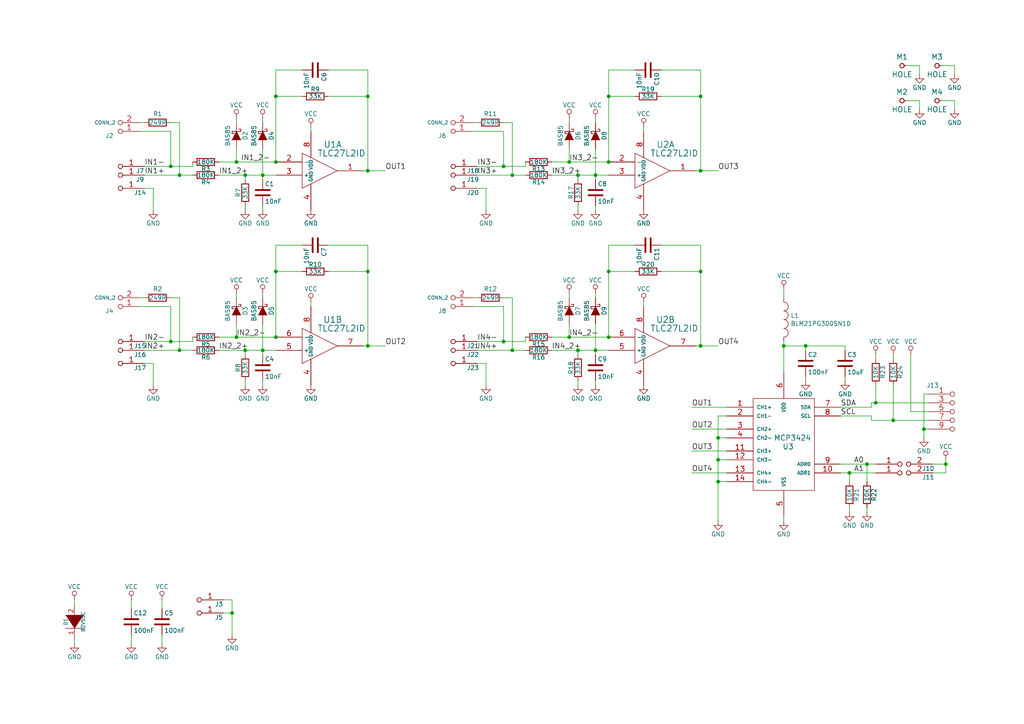
<source format=kicad_sch>
(kicad_sch (version 20211123) (generator eeschema)
  (paper "A4")
  (title_block (title "VCAI2C01") (company "MLAB.cz") (comment 1 "Voltage and current AD converter  with I2C"))
  (lib_symbols
    (symbol "VCAI2C01A-rescue:C" (pin_numbers hide) (pin_names (offset 0.254))
      (property "Reference" "C" (at 0.635 2.54 0))
      (property "Value" "C" (at 0.635 -2.54 0))
      (symbol "C_0_1"
        (polyline (pts (xy -2.032 -0.762) (xy 2.032 -0.762)) (stroke (width 0.508)))
        (polyline (pts (xy -2.032 0.762) (xy 2.032 0.762)) (stroke (width 0.508)))
      )
      (symbol "C_1_1"
        (pin passive line (at 0 3.81 270) (length 2.794) (name "~") (number "1"))
        (pin passive line (at 0 -3.81 90) (length 2.794) (name "~") (number "2"))
      )
    )
    (symbol "VCAI2C01A-rescue:CONN_2" (pin_names (offset 1.016) hide)
      (property "Reference" "J" (at 1.27 2.54 0))
      (property "Value" "CONN_2" (at 2.54 -1.27 0))
      (symbol "CONN_2_1_1"
        (pin passive inverted (at -7.62 1.27 0) (length 6.35) (name "P1") (number "1"))
        (pin passive inverted (at -7.62 -1.27 0) (length 6.35) (name "PM") (number "2"))
      )
    )
    (symbol "VCAI2C01A-rescue:DIODE" (pin_names (offset 1.016) hide)
      (property "Reference" "D" (at 0 3.81 0))
      (property "Value" "DIODE" (at 0 -4.445 0))
      (symbol "DIODE_0_1"
        (polyline (pts (xy -1.905 2.54) (xy -1.905 -2.54)))
        (polyline (pts (xy 1.905 2.54) (xy 1.905 -2.54) (xy -1.905 0)) (fill (type outline)))
      )
      (symbol "DIODE_1_1"
        (pin input line (at -5.08 0 0) (length 3.81) (name "K") (number "1"))
        (pin input line (at 5.08 0 180) (length 3.81) (name "A") (number "2"))
      )
    )
    (symbol "VCAI2C01A-rescue:D_Schottky" (pin_numbers hide) (pin_names (offset 1.016) hide)
      (property "Reference" "D" (at 0 2.54 0))
      (property "Value" "D_Schottky" (at 0 -2.54 0))
      (symbol "D_Schottky_0_1"
        (polyline (pts (xy 1.27 1.27) (xy -1.27 0) (xy 1.27 -1.27)) (fill (type outline)))
        (polyline (pts (xy -1.905 0.635) (xy -1.905 1.27) (xy -1.27 1.27) (xy -1.27 -1.27) (xy -0.635 -1.27) (xy -0.635 -0.635)) (stroke (width 0.2032)))
      )
      (symbol "D_Schottky_1_1"
        (pin passive line (at -3.81 0 0) (length 2.54) (name "K") (number "1"))
        (pin passive line (at 3.81 0 180) (length 2.54) (name "A") (number "2"))
      )
    )
    (symbol "VCAI2C01A-rescue:GND" (power) (pin_names (offset 0))
      (property "Value" "GND" (at 0 -3.81 0))
      (symbol "GND_0_1"
        (polyline (pts (xy 0 0) (xy 0 -1.27) (xy 1.27 -1.27) (xy 0 -2.54) (xy -1.27 -1.27) (xy 0 -1.27)))
      )
      (symbol "GND_1_1"
        (pin power_in line (at 0 0 270) (length 0) hide (name "GND") (number "1"))
      )
    )
    (symbol "VCAI2C01A-rescue:HOLE" (pin_numbers hide) (pin_names (offset 1.016) hide)
      (property "Reference" "M" (at 0 2.54 0))
      (property "Value" "HOLE" (at 0 -2.54 0))
      (symbol "HOLE_0_1"
        (circle (center 0 0) (radius 0.635) (stroke (width 0.254)))
      )
      (symbol "HOLE_1_1"
        (pin input line (at 1.27 0 180) (length 0.635) (name "~") (number "1"))
      )
    )
    (symbol "VCAI2C01A-rescue:INDUCTOR_SMALL" (pin_numbers hide) (pin_names (offset 0) hide)
      (property "Reference" "L" (at 0 2.54 0))
      (property "Value" "INDUCTOR_SMALL" (at 0 -1.27 0))
      (symbol "INDUCTOR_SMALL_0_1"
        (arc (start -2.54 0) (mid -3.81 1.27) (end -5.08 0))
        (arc (start 0 0) (mid -1.27 1.27) (end -2.54 0))
        (arc (start 2.54 0) (mid 1.27 1.27) (end 0 0))
        (arc (start 5.08 0) (mid 3.81 1.27) (end 2.54 0))
      )
      (symbol "INDUCTOR_SMALL_1_1"
        (pin input line (at -6.35 0 0) (length 1.27) (name "1") (number "1"))
        (pin input line (at 6.35 0 180) (length 1.27) (name "2") (number "2"))
      )
    )
    (symbol "VCAI2C01A-rescue:JUMP2_2x1" (pin_names (offset 1.016) hide)
      (property "Reference" "J" (at -7.62 1.27 0))
      (symbol "JUMP2_2x1_1_1"
        (pin passive inverted (at 7.62 0 180) (length 7.62) (name "1") (number "1"))
        (pin passive inverted (at -8.89 0 0) (length 7.62) (name "1") (number "2"))
      )
    )
    (symbol "VCAI2C01A-rescue:JUMP_2x1" (pin_names (offset 1.016) hide)
      (property "Reference" "J" (at -8.89 5.08 0))
      (symbol "JUMP_2x1_1_1"
        (pin passive inverted (at -10.16 3.81 0) (length 7.62) (name "1") (number "1"))
        (pin passive inverted (at -10.16 3.81 0) (length 7.62) hide (name "1") (number "2"))
      )
    )
    (symbol "VCAI2C01A-rescue:JUMP_5X2" (pin_names (offset 1.016) hide)
      (property "Reference" "J" (at -8.89 6.35 0))
      (symbol "JUMP_5X2_1_1"
        (pin passive inverted (at -10.16 3.81 0) (length 7.62) (name "2") (number "1"))
        (pin passive inverted (at -10.16 -6.35 0) (length 7.62) hide (name "10") (number "10"))
        (pin passive inverted (at -10.16 3.81 0) (length 7.62) hide (name "2") (number "2"))
        (pin passive inverted (at -10.16 1.27 0) (length 7.62) (name "4") (number "3"))
        (pin passive inverted (at -10.16 1.27 0) (length 7.62) hide (name "4") (number "4"))
        (pin passive inverted (at -10.16 -1.27 0) (length 7.62) (name "6") (number "5"))
        (pin passive inverted (at -10.16 -1.27 0) (length 7.62) hide (name "6") (number "6"))
        (pin passive inverted (at -10.16 -3.81 0) (length 7.62) (name "7") (number "7"))
        (pin passive inverted (at -10.16 -3.81 0) (length 7.62) hide (name "7") (number "8"))
        (pin passive inverted (at -10.16 -6.35 0) (length 7.62) (name "10") (number "9"))
      )
    )
    (symbol "VCAI2C01A-rescue:MCP3424" (pin_names (offset 1.016))
      (property "Reference" "U" (at 1.27 0 0))
      (property "Value" "MCP3424" (at 2.54 2.54 0))
      (symbol "MCP3424_0_1"
        (rectangle (start -8.89 13.97) (end 8.89 -12.7))
      )
      (symbol "MCP3424_1_1"
        (pin input line (at -16.51 11.43 0) (length 7.62) (name "CH1+") (number "1"))
        (pin input line (at 16.51 -7.62 180) (length 7.62) (name "ADR1") (number "10"))
        (pin input line (at -16.51 -1.27 0) (length 7.62) (name "CH3+") (number "11"))
        (pin input line (at -16.51 -3.81 0) (length 7.62) (name "CH3-") (number "12"))
        (pin input line (at -16.51 -7.62 0) (length 7.62) (name "CH4+") (number "13"))
        (pin input line (at -16.51 -10.16 0) (length 7.62) (name "CH4-") (number "14"))
        (pin input line (at -16.51 8.89 0) (length 7.62) (name "CH1-") (number "2"))
        (pin input line (at -16.51 5.08 0) (length 7.62) (name "CH2+") (number "3"))
        (pin input line (at -16.51 2.54 0) (length 7.62) (name "CH2-") (number "4"))
        (pin input line (at 0 -20.32 90) (length 7.62) (name "VSS") (number "5"))
        (pin input line (at 0 21.59 270) (length 7.62) (name "VDD") (number "6"))
        (pin input line (at 16.51 11.43 180) (length 7.62) (name "SDA") (number "7"))
        (pin input line (at 16.51 8.89 180) (length 7.62) (name "SCL") (number "8"))
        (pin input line (at 16.51 -5.08 180) (length 7.62) (name "ADR0") (number "9"))
      )
    )
    (symbol "VCAI2C01A-rescue:R" (pin_numbers hide) (pin_names (offset 0))
      (property "Reference" "R" (at 2.032 0 90))
      (property "Value" "R" (at 0 0 90))
      (symbol "R_0_1"
        (rectangle (start -1.016 -2.54) (end 1.016 2.54) (stroke (width 0.254)))
      )
      (symbol "R_1_1"
        (pin passive line (at 0 3.81 270) (length 1.27) (name "~") (number "1"))
        (pin passive line (at 0 -3.81 90) (length 1.27) (name "~") (number "2"))
      )
    )
    (symbol "VCAI2C01A-rescue:TLC27L2ID"
      (property "Reference" "U" (at 3.81 7.62 0))
      (property "Value" "TLC27L2ID" (at 6.35 5.08 0))
      (symbol "TLC27L2ID_0_1"
        (polyline (pts (xy -5.08 5.08) (xy 5.08 0) (xy -5.08 -5.08) (xy -5.08 5.08)))
      )
      (symbol "TLC27L2ID_1_1"
        (pin output line (at 12.7 0 180) (length 7.62) (name "~") (number "1"))
        (pin input line (at -12.7 2.54 0) (length 7.62) (name "-") (number "2"))
        (pin input line (at -12.7 -1.27 0) (length 7.62) (name "+") (number "3"))
        (pin input line (at -2.54 -11.43 90) (length 7.62) (name "GND") (number "4"))
        (pin input line (at -2.54 11.43 270) (length 7.62) (name "VDD") (number "8"))
      )
      (symbol "TLC27L2ID_2_1"
        (pin input line (at -2.54 -11.43 90) (length 7.62) (name "GND") (number "4"))
        (pin input line (at -12.7 -1.27 0) (length 7.62) (name "+") (number "5"))
        (pin input line (at -12.7 2.54 0) (length 7.62) (name "-") (number "6"))
        (pin output line (at 12.7 0 180) (length 7.62) (name "~") (number "7"))
        (pin input line (at -2.54 11.43 270) (length 7.62) (name "VDD") (number "8"))
      )
    )
    (symbol "VCAI2C01A-rescue:VCC" (power) (pin_names (offset 0))
      (property "Value" "VCC" (at 0 3.81 0))
      (symbol "VCC_0_1"
        (polyline (pts (xy 0 0) (xy 0 1.27)))
        (circle (center 0 1.905) (radius 0.635))
      )
      (symbol "VCC_1_1"
        (pin power_in line (at 0 0 90) (length 0) hide (name "VCC") (number "1"))
      )
    )
  )
  (junction (at 167.64 50.8))
  (junction (at 80.01 27.94))
  (junction (at 246.38 137.16))
  (junction (at 267.97 124.46))
  (junction (at 52.07 101.6))
  (junction (at 259.08 121.92))
  (junction (at 233.68 100.33))
  (junction (at 203.2 49.53))
  (junction (at 176.53 27.94))
  (junction (at 148.59 101.6))
  (junction (at 165.1 46.99))
  (junction (at 208.28 127))
  (junction (at 146.05 99.06))
  (junction (at 106.68 27.94))
  (junction (at 49.53 99.06))
  (junction (at 176.53 97.79))
  (junction (at 176.53 78.74))
  (junction (at 146.05 48.26))
  (junction (at 227.33 100.33))
  (junction (at 172.72 50.8))
  (junction (at 68.58 97.79))
  (junction (at 71.12 101.6))
  (junction (at 68.58 46.99))
  (junction (at 208.28 139.7))
  (junction (at 251.46 134.62))
  (junction (at 106.68 100.33))
  (junction (at 148.59 50.8))
  (junction (at 67.31 177.8))
  (junction (at 203.2 78.74))
  (junction (at 208.28 133.35))
  (junction (at 176.53 46.99))
  (junction (at 71.12 50.8))
  (junction (at 80.01 46.99))
  (junction (at 203.2 100.33))
  (junction (at 80.01 97.79))
  (junction (at 76.2 101.6))
  (junction (at 172.72 101.6))
  (junction (at 274.32 134.62))
  (junction (at 106.68 49.53))
  (junction (at 106.68 78.74))
  (junction (at 49.53 48.26))
  (junction (at 80.01 78.74))
  (junction (at 165.1 97.79))
  (junction (at 203.2 27.94))
  (junction (at 52.07 50.8))
  (junction (at 76.2 50.8))
  (junction (at 254 116.84))
  (junction (at 167.64 101.6))
  (wire (pts (xy 267.97 114.3) (xy 267.97 124.46)))
  (wire (pts (xy 245.11 100.33) (xy 233.68 100.33)))
  (wire (pts (xy 274.32 134.62) (xy 274.32 137.16)))
  (wire (pts (xy 95.25 20.32) (xy 106.68 20.32)))
  (wire (pts (xy 46.99 186.69) (xy 46.99 184.15)))
  (wire (pts (xy 172.72 101.6) (xy 176.53 101.6)))
  (wire (pts (xy 95.25 78.74) (xy 106.68 78.74)))
  (wire (pts (xy 203.2 71.12) (xy 203.2 78.74)))
  (wire (pts (xy 146.05 48.26) (xy 152.4 48.26)))
  (wire (pts (xy 138.43 101.6) (xy 148.59 101.6)))
  (wire (pts (xy 203.2 49.53) (xy 208.28 49.53)))
  (wire (pts (xy 49.53 38.1) (xy 49.53 48.26)))
  (wire (pts (xy 276.86 19.05) (xy 276.86 21.59)))
  (wire (pts (xy 266.7 19.05) (xy 266.7 21.59)))
  (wire (pts (xy 160.02 101.6) (xy 167.64 101.6)))
  (wire (pts (xy 172.72 86.36) (xy 172.72 85.09)))
  (wire (pts (xy 148.59 35.56) (xy 146.05 35.56)))
  (wire (pts (xy 41.91 48.26) (xy 49.53 48.26)))
  (wire (pts (xy 210.82 139.7) (xy 208.28 139.7)))
  (wire (pts (xy 191.77 27.94) (xy 203.2 27.94)))
  (wire (pts (xy 208.28 151.13) (xy 208.28 139.7)))
  (wire (pts (xy 172.72 101.6) (xy 172.72 102.87)))
  (wire (pts (xy 203.2 20.32) (xy 203.2 27.94)))
  (wire (pts (xy 52.07 50.8) (xy 52.07 35.56)))
  (wire (pts (xy 80.01 20.32) (xy 87.63 20.32)))
  (wire (pts (xy 80.01 78.74) (xy 80.01 97.79)))
  (wire (pts (xy 227.33 100.33) (xy 227.33 107.95)))
  (wire (pts (xy 172.72 111.76) (xy 172.72 110.49)))
  (wire (pts (xy 76.2 43.18) (xy 76.2 50.8)))
  (wire (pts (xy 266.7 29.21) (xy 266.7 31.75)))
  (wire (pts (xy 208.28 120.65) (xy 210.82 120.65)))
  (wire (pts (xy 80.01 27.94) (xy 87.63 27.94)))
  (wire (pts (xy 76.2 101.6) (xy 76.2 102.87)))
  (wire (pts (xy 262.89 29.21) (xy 266.7 29.21)))
  (wire (pts (xy 254 111.76) (xy 254 116.84)))
  (wire (pts (xy 76.2 101.6) (xy 80.01 101.6)))
  (wire (pts (xy 40.64 86.36) (xy 41.91 86.36)))
  (wire (pts (xy 152.4 99.06) (xy 152.4 97.79)))
  (wire (pts (xy 41.91 105.41) (xy 44.45 105.41)))
  (wire (pts (xy 52.07 101.6) (xy 55.88 101.6)))
  (wire (pts (xy 40.64 88.9) (xy 49.53 88.9)))
  (wire (pts (xy 148.59 50.8) (xy 152.4 50.8)))
  (wire (pts (xy 200.66 124.46) (xy 210.82 124.46)))
  (wire (pts (xy 176.53 78.74) (xy 176.53 97.79)))
  (wire (pts (xy 259.08 121.92) (xy 269.24 121.92)))
  (wire (pts (xy 264.16 119.38) (xy 269.24 119.38)))
  (wire (pts (xy 137.16 88.9) (xy 146.05 88.9)))
  (wire (pts (xy 254 104.14) (xy 254 102.87)))
  (wire (pts (xy 76.2 93.98) (xy 76.2 101.6)))
  (wire (pts (xy 186.69 88.9) (xy 186.69 87.63)))
  (wire (pts (xy 95.25 71.12) (xy 106.68 71.12)))
  (wire (pts (xy 55.88 99.06) (xy 55.88 97.79)))
  (wire (pts (xy 90.17 38.1) (xy 90.17 36.83)))
  (wire (pts (xy 21.59 186.69) (xy 21.59 185.42)))
  (wire (pts (xy 191.77 20.32) (xy 203.2 20.32)))
  (wire (pts (xy 80.01 78.74) (xy 87.63 78.74)))
  (wire (pts (xy 160.02 50.8) (xy 167.64 50.8)))
  (wire (pts (xy 167.64 52.07) (xy 167.64 50.8)))
  (wire (pts (xy 21.59 175.26) (xy 21.59 173.99)))
  (wire (pts (xy 165.1 43.18) (xy 165.1 46.99)))
  (wire (pts (xy 227.33 99.06) (xy 227.33 100.33)))
  (wire (pts (xy 252.73 116.84) (xy 254 116.84)))
  (wire (pts (xy 67.31 177.8) (xy 67.31 184.15)))
  (wire (pts (xy 76.2 35.56) (xy 76.2 34.29)))
  (wire (pts (xy 273.05 19.05) (xy 276.86 19.05)))
  (wire (pts (xy 68.58 43.18) (xy 68.58 46.99)))
  (wire (pts (xy 46.99 176.53) (xy 46.99 173.99)))
  (wire (pts (xy 200.66 137.16) (xy 210.82 137.16)))
  (wire (pts (xy 41.91 101.6) (xy 52.07 101.6)))
  (wire (pts (xy 138.43 105.41) (xy 140.97 105.41)))
  (wire (pts (xy 245.11 110.49) (xy 245.11 109.22)))
  (wire (pts (xy 243.84 134.62) (xy 251.46 134.62)))
  (wire (pts (xy 267.97 124.46) (xy 267.97 127)))
  (wire (pts (xy 172.72 93.98) (xy 172.72 101.6)))
  (wire (pts (xy 71.12 52.07) (xy 71.12 50.8)))
  (wire (pts (xy 246.38 137.16) (xy 254 137.16)))
  (wire (pts (xy 44.45 105.41) (xy 44.45 111.76)))
  (wire (pts (xy 138.43 99.06) (xy 146.05 99.06)))
  (wire (pts (xy 176.53 20.32) (xy 176.53 27.94)))
  (wire (pts (xy 176.53 97.79) (xy 165.1 97.79)))
  (wire (pts (xy 165.1 97.79) (xy 160.02 97.79)))
  (wire (pts (xy 80.01 71.12) (xy 87.63 71.12)))
  (wire (pts (xy 71.12 60.96) (xy 71.12 59.69)))
  (wire (pts (xy 264.16 102.87) (xy 264.16 119.38)))
  (wire (pts (xy 243.84 118.11) (xy 252.73 118.11)))
  (wire (pts (xy 167.64 101.6) (xy 172.72 101.6)))
  (wire (pts (xy 68.58 86.36) (xy 68.58 85.09)))
  (wire (pts (xy 148.59 50.8) (xy 148.59 35.56)))
  (wire (pts (xy 208.28 133.35) (xy 208.28 127)))
  (wire (pts (xy 165.1 46.99) (xy 160.02 46.99)))
  (wire (pts (xy 106.68 78.74) (xy 106.68 100.33)))
  (wire (pts (xy 146.05 99.06) (xy 152.4 99.06)))
  (wire (pts (xy 259.08 111.76) (xy 259.08 121.92)))
  (wire (pts (xy 201.93 100.33) (xy 203.2 100.33)))
  (wire (pts (xy 208.28 139.7) (xy 208.28 133.35)))
  (wire (pts (xy 233.68 100.33) (xy 227.33 100.33)))
  (wire (pts (xy 203.2 78.74) (xy 203.2 100.33)))
  (wire (pts (xy 167.64 111.76) (xy 167.64 110.49)))
  (wire (pts (xy 252.73 118.11) (xy 252.73 116.84)))
  (wire (pts (xy 146.05 88.9) (xy 146.05 99.06)))
  (wire (pts (xy 191.77 71.12) (xy 203.2 71.12)))
  (wire (pts (xy 262.89 19.05) (xy 266.7 19.05)))
  (wire (pts (xy 167.64 50.8) (xy 172.72 50.8)))
  (wire (pts (xy 172.72 35.56) (xy 172.72 34.29)))
  (wire (pts (xy 41.91 99.06) (xy 49.53 99.06)))
  (wire (pts (xy 95.25 27.94) (xy 106.68 27.94)))
  (wire (pts (xy 106.68 27.94) (xy 106.68 49.53)))
  (wire (pts (xy 140.97 54.61) (xy 140.97 60.96)))
  (wire (pts (xy 203.2 100.33) (xy 208.28 100.33)))
  (wire (pts (xy 76.2 60.96) (xy 76.2 59.69)))
  (wire (pts (xy 106.68 100.33) (xy 111.76 100.33)))
  (wire (pts (xy 176.53 71.12) (xy 184.15 71.12)))
  (wire (pts (xy 165.1 93.98) (xy 165.1 97.79)))
  (wire (pts (xy 176.53 78.74) (xy 184.15 78.74)))
  (wire (pts (xy 76.2 86.36) (xy 76.2 85.09)))
  (wire (pts (xy 80.01 97.79) (xy 68.58 97.79)))
  (wire (pts (xy 243.84 137.16) (xy 246.38 137.16)))
  (wire (pts (xy 176.53 20.32) (xy 184.15 20.32)))
  (wire (pts (xy 105.41 49.53) (xy 106.68 49.53)))
  (wire (pts (xy 146.05 38.1) (xy 146.05 48.26)))
  (wire (pts (xy 80.01 27.94) (xy 80.01 46.99)))
  (wire (pts (xy 138.43 48.26) (xy 146.05 48.26)))
  (wire (pts (xy 274.32 137.16) (xy 270.51 137.16)))
  (wire (pts (xy 148.59 101.6) (xy 152.4 101.6)))
  (wire (pts (xy 63.5 101.6) (xy 71.12 101.6)))
  (wire (pts (xy 191.77 78.74) (xy 203.2 78.74)))
  (wire (pts (xy 273.05 29.21) (xy 276.86 29.21)))
  (wire (pts (xy 208.28 127) (xy 208.28 120.65)))
  (wire (pts (xy 68.58 46.99) (xy 63.5 46.99)))
  (wire (pts (xy 227.33 151.13) (xy 227.33 149.86)))
  (wire (pts (xy 71.12 111.76) (xy 71.12 110.49)))
  (wire (pts (xy 245.11 101.6) (xy 245.11 100.33)))
  (wire (pts (xy 269.24 114.3) (xy 267.97 114.3)))
  (wire (pts (xy 176.53 46.99) (xy 165.1 46.99)))
  (wire (pts (xy 138.43 50.8) (xy 148.59 50.8)))
  (wire (pts (xy 201.93 49.53) (xy 203.2 49.53)))
  (wire (pts (xy 259.08 104.14) (xy 259.08 102.87)))
  (wire (pts (xy 106.68 71.12) (xy 106.68 78.74)))
  (wire (pts (xy 227.33 86.36) (xy 227.33 83.82)))
  (wire (pts (xy 172.72 43.18) (xy 172.72 50.8)))
  (wire (pts (xy 105.41 100.33) (xy 106.68 100.33)))
  (wire (pts (xy 40.64 35.56) (xy 41.91 35.56)))
  (wire (pts (xy 49.53 99.06) (xy 55.88 99.06)))
  (wire (pts (xy 172.72 60.96) (xy 172.72 59.69)))
  (wire (pts (xy 233.68 101.6) (xy 233.68 100.33)))
  (wire (pts (xy 276.86 29.21) (xy 276.86 31.75)))
  (wire (pts (xy 38.1 186.69) (xy 38.1 184.15)))
  (wire (pts (xy 52.07 101.6) (xy 52.07 86.36)))
  (wire (pts (xy 67.31 173.99) (xy 67.31 177.8)))
  (wire (pts (xy 176.53 27.94) (xy 184.15 27.94)))
  (wire (pts (xy 254 116.84) (xy 269.24 116.84)))
  (wire (pts (xy 63.5 50.8) (xy 71.12 50.8)))
  (wire (pts (xy 186.69 38.1) (xy 186.69 36.83)))
  (wire (pts (xy 210.82 133.35) (xy 208.28 133.35)))
  (wire (pts (xy 246.38 139.7) (xy 246.38 137.16)))
  (wire (pts (xy 251.46 148.59) (xy 251.46 147.32)))
  (wire (pts (xy 76.2 50.8) (xy 80.01 50.8)))
  (wire (pts (xy 80.01 20.32) (xy 80.01 27.94)))
  (wire (pts (xy 137.16 35.56) (xy 138.43 35.56)))
  (wire (pts (xy 251.46 134.62) (xy 254 134.62)))
  (wire (pts (xy 165.1 35.56) (xy 165.1 34.29)))
  (wire (pts (xy 148.59 86.36) (xy 146.05 86.36)))
  (wire (pts (xy 106.68 20.32) (xy 106.68 27.94)))
  (wire (pts (xy 76.2 50.8) (xy 76.2 52.07)))
  (wire (pts (xy 106.68 49.53) (xy 111.76 49.53)))
  (wire (pts (xy 274.32 133.35) (xy 274.32 134.62)))
  (wire (pts (xy 167.64 60.96) (xy 167.64 59.69)))
  (wire (pts (xy 71.12 102.87) (xy 71.12 101.6)))
  (wire (pts (xy 269.24 124.46) (xy 267.97 124.46)))
  (wire (pts (xy 80.01 71.12) (xy 80.01 78.74)))
  (wire (pts (xy 243.84 120.65) (xy 252.73 120.65)))
  (wire (pts (xy 138.43 54.61) (xy 140.97 54.61)))
  (wire (pts (xy 137.16 86.36) (xy 138.43 86.36)))
  (wire (pts (xy 140.97 105.41) (xy 140.97 111.76)))
  (wire (pts (xy 172.72 50.8) (xy 172.72 52.07)))
  (wire (pts (xy 41.91 54.61) (xy 44.45 54.61)))
  (wire (pts (xy 49.53 88.9) (xy 49.53 99.06)))
  (wire (pts (xy 251.46 139.7) (xy 251.46 134.62)))
  (wire (pts (xy 252.73 120.65) (xy 252.73 121.92)))
  (wire (pts (xy 252.73 121.92) (xy 259.08 121.92)))
  (wire (pts (xy 52.07 86.36) (xy 49.53 86.36)))
  (wire (pts (xy 90.17 88.9) (xy 90.17 87.63)))
  (wire (pts (xy 71.12 50.8) (xy 76.2 50.8)))
  (wire (pts (xy 200.66 130.81) (xy 210.82 130.81)))
  (wire (pts (xy 233.68 110.49) (xy 233.68 109.22)))
  (wire (pts (xy 176.53 71.12) (xy 176.53 78.74)))
  (wire (pts (xy 44.45 54.61) (xy 44.45 60.96)))
  (wire (pts (xy 80.01 46.99) (xy 68.58 46.99)))
  (wire (pts (xy 41.91 50.8) (xy 52.07 50.8)))
  (wire (pts (xy 200.66 118.11) (xy 210.82 118.11)))
  (wire (pts (xy 68.58 97.79) (xy 63.5 97.79)))
  (wire (pts (xy 172.72 50.8) (xy 176.53 50.8)))
  (wire (pts (xy 165.1 86.36) (xy 165.1 85.09)))
  (wire (pts (xy 210.82 127) (xy 208.28 127)))
  (wire (pts (xy 148.59 101.6) (xy 148.59 86.36)))
  (wire (pts (xy 203.2 27.94) (xy 203.2 49.53)))
  (wire (pts (xy 68.58 35.56) (xy 68.58 34.29)))
  (wire (pts (xy 167.64 102.87) (xy 167.64 101.6)))
  (wire (pts (xy 137.16 38.1) (xy 146.05 38.1)))
  (wire (pts (xy 152.4 48.26) (xy 152.4 46.99)))
  (wire (pts (xy 64.77 177.8) (xy 67.31 177.8)))
  (wire (pts (xy 52.07 35.56) (xy 49.53 35.56)))
  (wire (pts (xy 274.32 134.62) (xy 270.51 134.62)))
  (wire (pts (xy 64.77 173.99) (xy 67.31 173.99)))
  (wire (pts (xy 49.53 48.26) (xy 55.88 48.26)))
  (wire (pts (xy 76.2 111.76) (xy 76.2 110.49)))
  (wire (pts (xy 55.88 48.26) (xy 55.88 46.99)))
  (wire (pts (xy 71.12 101.6) (xy 76.2 101.6)))
  (wire (pts (xy 38.1 176.53) (xy 38.1 173.99)))
  (wire (pts (xy 176.53 27.94) (xy 176.53 46.99)))
  (wire (pts (xy 52.07 50.8) (xy 55.88 50.8)))
  (wire (pts (xy 68.58 93.98) (xy 68.58 97.79)))
  (wire (pts (xy 40.64 38.1) (xy 49.53 38.1)))
  (wire (pts (xy 246.38 148.59) (xy 246.38 147.32)))
  (label "IN1-" (at 41.91 48.26 0) (effects (font (size 1.524 1.524))))
  (label "OUT3" (at 200.66 130.81 0) (effects (font (size 1.524 1.524))))
  (label "IN1_2-" (at 69.85 46.99 0) (effects (font (size 1.524 1.524))))
  (label "IN4_2-" (at 165.1 97.79 0) (effects (font (size 1.524 1.524))))
  (label "IN3+" (at 138.43 50.8 0) (effects (font (size 1.524 1.524))))
  (label "IN4-" (at 138.43 99.06 0) (effects (font (size 1.524 1.524))))
  (label "IN2_2+" (at 63.5 101.6 0) (effects (font (size 1.524 1.524))))
  (label "OUT3" (at 208.28 49.53 0) (effects (font (size 1.524 1.524))))
  (label "SDA" (at 243.84 118.11 0) (effects (font (size 1.524 1.524))))
  (label "A0" (at 247.65 134.62 0) (effects (font (size 1.524 1.524))))
  (label "IN1_2+" (at 63.5 50.8 0) (effects (font (size 1.524 1.524))))
  (label "OUT2" (at 200.66 124.46 0) (effects (font (size 1.524 1.524))))
  (label "IN3-" (at 138.43 48.26 0) (effects (font (size 1.524 1.524))))
  (label "OUT4" (at 200.66 137.16 0) (effects (font (size 1.524 1.524))))
  (label "OUT2" (at 111.76 100.33 0) (effects (font (size 1.524 1.524))))
  (label "IN2_2-" (at 68.58 97.79 0) (effects (font (size 1.524 1.524))))
  (label "IN3_2-" (at 165.1 46.99 0) (effects (font (size 1.524 1.524))))
  (label "IN3_2+" (at 160.02 50.8 0) (effects (font (size 1.524 1.524))))
  (label "OUT1" (at 200.66 118.11 0) (effects (font (size 1.524 1.524))))
  (label "OUT4" (at 208.28 100.33 0) (effects (font (size 1.524 1.524))))
  (label "OUT1" (at 111.76 49.53 0) (effects (font (size 1.524 1.524))))
  (label "IN4+" (at 138.43 101.6 0) (effects (font (size 1.524 1.524))))
  (label "SCL" (at 243.84 120.65 0) (effects (font (size 1.524 1.524))))
  (label "IN4_2+" (at 160.02 101.6 0) (effects (font (size 1.524 1.524))))
  (label "IN2-" (at 41.91 99.06 0) (effects (font (size 1.524 1.524))))
  (label "IN1+" (at 41.91 50.8 0) (effects (font (size 1.524 1.524))))
  (label "A1" (at 247.65 137.16 0) (effects (font (size 1.524 1.524))))
  (label "IN2+" (at 41.91 101.6 0) (effects (font (size 1.524 1.524))))
  (symbol (lib_id "VCAI2C01A-rescue:VCC") (at 21.59 173.99 0) (unit 1)
    (property "Reference" "#PWR01" (effects hide))
    (property "Value" "VCC" (at 21.59 170.18 0))
  )
  (symbol (lib_id "VCAI2C01A-rescue:DIODE") (at 21.59 180.34 90) (unit 1)
    (property "Reference" "D1" (at 19.05 180.34 0) (effects (font (size 1.016 1.016))))
    (property "Value" "BZV55C" (at 24.13 180.34 0) (effects (font (size 1.016 1.016))))
    (property "Footprint" "Mlab_D:Diode-MiniMELF_Standard" (effects hide))
  )
  (symbol (lib_id "VCAI2C01A-rescue:GND") (at 21.59 186.69 0) (unit 1)
    (property "Reference" "#PWR02" (effects hide))
    (property "Value" "GND" (at 21.59 190.5 0))
  )
  (symbol (lib_id "VCAI2C01A-rescue:C") (at 233.68 105.41 0) (unit 1)
    (property "Reference" "C2" (at 234.315 102.87 0) (effects (justify left)))
    (property "Value" "100nF" (at 234.315 107.95 0) (effects (justify left)))
    (property "Footprint" "Mlab_R:SMD-0805" (effects hide))
  )
  (symbol (lib_id "VCAI2C01A-rescue:C") (at 245.11 105.41 0) (unit 1)
    (property "Reference" "C3" (at 245.745 102.87 0) (effects (justify left)))
    (property "Value" "10uF" (at 245.745 107.95 0) (effects (justify left)))
    (property "Footprint" "Mlab_R:SMD-0805" (effects hide))
  )
  (symbol (lib_id "VCAI2C01A-rescue:HOLE") (at 261.62 19.05 0) (unit 1)
    (property "Reference" "M1" (at 261.62 16.51 0) (effects (font (size 1.524 1.524))))
    (property "Value" "HOLE" (at 261.62 21.59 0) (effects (font (size 1.524 1.524))))
    (property "Footprint" "Mlab_Mechanical:MountingHole_3mm" (effects hide))
  )
  (symbol (lib_id "VCAI2C01A-rescue:GND") (at 266.7 21.59 0) (unit 1)
    (property "Reference" "#PWR03" (effects hide))
    (property "Value" "GND" (at 266.7 25.4 0))
  )
  (symbol (lib_id "VCAI2C01A-rescue:HOLE") (at 271.78 19.05 0) (unit 1)
    (property "Reference" "M3" (at 271.78 16.51 0) (effects (font (size 1.524 1.524))))
    (property "Value" "HOLE" (at 271.78 21.59 0) (effects (font (size 1.524 1.524))))
    (property "Footprint" "Mlab_Mechanical:MountingHole_3mm" (effects hide))
  )
  (symbol (lib_id "VCAI2C01A-rescue:GND") (at 276.86 21.59 0) (unit 1)
    (property "Reference" "#PWR04" (effects hide))
    (property "Value" "GND" (at 276.86 25.4 0))
  )
  (symbol (lib_id "VCAI2C01A-rescue:HOLE") (at 261.62 29.21 0) (unit 1)
    (property "Reference" "M2" (at 261.62 26.67 0) (effects (font (size 1.524 1.524))))
    (property "Value" "HOLE" (at 261.62 31.75 0) (effects (font (size 1.524 1.524))))
    (property "Footprint" "Mlab_Mechanical:MountingHole_3mm" (effects hide))
  )
  (symbol (lib_id "VCAI2C01A-rescue:GND") (at 266.7 31.75 0) (unit 1)
    (property "Reference" "#PWR05" (effects hide))
    (property "Value" "GND" (at 266.7 35.56 0))
  )
  (symbol (lib_id "VCAI2C01A-rescue:HOLE") (at 271.78 29.21 0) (unit 1)
    (property "Reference" "M4" (at 271.78 26.67 0) (effects (font (size 1.524 1.524))))
    (property "Value" "HOLE" (at 271.78 31.75 0) (effects (font (size 1.524 1.524))))
    (property "Footprint" "Mlab_Mechanical:MountingHole_3mm" (effects hide))
  )
  (symbol (lib_id "VCAI2C01A-rescue:GND") (at 276.86 31.75 0) (unit 1)
    (property "Reference" "#PWR06" (effects hide))
    (property "Value" "GND" (at 276.86 35.56 0))
  )
  (symbol (lib_id "VCAI2C01A-rescue:TLC27L2ID") (at 92.71 49.53 0) (unit 1)
    (property "Reference" "U1" (at 96.52 41.91 0) (effects (font (size 1.778 1.778))))
    (property "Value" "TLC27L2ID" (at 99.06 44.45 0) (effects (font (size 1.778 1.778))))
    (property "Footprint" "Mlab_IO:SOIC-8_3.9x4.9mm_Pitch1.27mm" (effects hide))
  )
  (symbol (lib_id "VCAI2C01A-rescue:TLC27L2ID") (at 92.71 100.33 0) (unit 2)
    (property "Reference" "U1" (at 96.52 92.71 0) (effects (font (size 1.778 1.778))))
    (property "Value" "TLC27L2ID" (at 99.06 95.25 0) (effects (font (size 1.778 1.778))))
    (property "Footprint" "Mlab_IO:SOIC-8_3.9x4.9mm_Pitch1.27mm" (effects hide))
  )
  (symbol (lib_id "VCAI2C01A-rescue:R") (at 59.69 46.99 270) (unit 1)
    (property "Reference" "R3" (at 59.69 49.022 90))
    (property "Value" "180K" (at 59.69 46.99 90))
    (property "Footprint" "Mlab_R:SMD-0805" (effects hide))
  )
  (symbol (lib_id "VCAI2C01A-rescue:R") (at 59.69 50.8 270) (unit 1)
    (property "Reference" "R4" (at 59.69 52.832 90))
    (property "Value" "180K" (at 59.69 50.8 90))
    (property "Footprint" "Mlab_R:SMD-0805" (effects hide))
  )
  (symbol (lib_id "VCAI2C01A-rescue:R") (at 71.12 55.88 180) (unit 1)
    (property "Reference" "R7" (at 69.088 55.88 90))
    (property "Value" "33K" (at 71.12 55.88 90))
    (property "Footprint" "Mlab_R:SMD-0805" (effects hide))
  )
  (symbol (lib_id "VCAI2C01A-rescue:C") (at 76.2 55.88 0) (unit 1)
    (property "Reference" "C1" (at 76.835 53.34 0) (effects (justify left)))
    (property "Value" "10nF" (at 76.835 58.42 0) (effects (justify left)))
    (property "Footprint" "Mlab_R:SMD-0805" (effects hide))
  )
  (symbol (lib_id "VCAI2C01A-rescue:D_Schottky") (at 68.58 39.37 270) (unit 1)
    (property "Reference" "D2" (at 71.12 39.37 0))
    (property "Value" "BAS85" (at 66.04 39.37 0))
    (property "Footprint" "Mlab_D:MiniMELF_Standard" (effects hide))
  )
  (symbol (lib_id "VCAI2C01A-rescue:D_Schottky") (at 76.2 39.37 270) (unit 1)
    (property "Reference" "D4" (at 78.74 39.37 0))
    (property "Value" "BAS85" (at 73.66 39.37 0))
    (property "Footprint" "Mlab_D:MiniMELF_Standard" (effects hide))
  )
  (symbol (lib_id "VCAI2C01A-rescue:R") (at 45.72 35.56 270) (unit 1)
    (property "Reference" "R1" (at 45.72 33.02 90))
    (property "Value" "249R" (at 45.72 35.56 90))
    (property "Footprint" "Mlab_R:SMD-1206" (effects hide))
  )
  (symbol (lib_id "VCAI2C01A-rescue:CONN_2") (at 33.02 36.83 180) (unit 1)
    (property "Reference" "J2" (at 31.75 39.37 0))
    (property "Value" "CONN_2" (at 30.48 35.56 0) (effects (font (size 1.016 1.016))))
    (property "Footprint" "Mlab_Pin_Headers:Straight_1x02" (effects hide))
  )
  (symbol (lib_id "VCAI2C01A-rescue:VCC") (at 90.17 36.83 0) (unit 1)
    (property "Reference" "#PWR07" (effects hide))
    (property "Value" "VCC" (at 90.17 33.02 0))
  )
  (symbol (lib_id "VCAI2C01A-rescue:R") (at 91.44 27.94 90) (unit 1)
    (property "Reference" "R9" (at 91.44 25.908 90))
    (property "Value" "33K" (at 91.44 27.94 90))
    (property "Footprint" "Mlab_R:SMD-0805" (effects hide))
  )
  (symbol (lib_id "VCAI2C01A-rescue:C") (at 91.44 20.32 270) (unit 1)
    (property "Reference" "C6" (at 93.98 20.955 0) (effects (justify left)))
    (property "Value" "10nF" (at 88.9 20.955 0) (effects (justify left)))
    (property "Footprint" "Mlab_R:SMD-0805" (effects hide))
  )
  (symbol (lib_id "VCAI2C01A-rescue:C") (at 38.1 180.34 0) (unit 1)
    (property "Reference" "C12" (at 38.735 177.8 0) (effects (justify left)))
    (property "Value" "100nF" (at 38.735 182.88 0) (effects (justify left)))
    (property "Footprint" "Mlab_R:SMD-0805" (effects hide))
  )
  (symbol (lib_id "VCAI2C01A-rescue:VCC") (at 38.1 173.99 0) (unit 1)
    (property "Reference" "#PWR043" (effects hide))
    (property "Value" "VCC" (at 38.1 170.18 0))
  )
  (symbol (lib_id "VCAI2C01A-rescue:GND") (at 38.1 186.69 0) (unit 1)
    (property "Reference" "#PWR044" (effects hide))
    (property "Value" "GND" (at 38.1 190.5 0))
  )
  (symbol (lib_id "VCAI2C01A-rescue:VCC") (at 68.58 34.29 0) (unit 1)
    (property "Reference" "#PWR08" (effects hide))
    (property "Value" "VCC" (at 68.58 30.48 0))
  )
  (symbol (lib_id "VCAI2C01A-rescue:VCC") (at 76.2 34.29 0) (unit 1)
    (property "Reference" "#PWR09" (effects hide))
    (property "Value" "VCC" (at 76.2 30.48 0))
  )
  (symbol (lib_id "VCAI2C01A-rescue:GND") (at 71.12 60.96 0) (unit 1)
    (property "Reference" "#PWR010" (effects hide))
    (property "Value" "GND" (at 71.12 64.77 0))
  )
  (symbol (lib_id "VCAI2C01A-rescue:GND") (at 76.2 60.96 0) (unit 1)
    (property "Reference" "#PWR011" (effects hide))
    (property "Value" "GND" (at 76.2 64.77 0))
  )
  (symbol (lib_id "VCAI2C01A-rescue:JUMP_2x1") (at 31.75 44.45 180) (unit 1)
    (property "Reference" "J7" (at 40.64 49.53 0))
    (property "Value" "JUMP_2x1" (effects hide))
    (property "Footprint" "Mlab_Pin_Headers:Straight_1x02" (effects hide))
  )
  (symbol (lib_id "VCAI2C01A-rescue:JUMP_2x1") (at 31.75 46.99 180) (unit 1)
    (property "Reference" "J9" (at 40.64 52.07 0))
    (property "Value" "JUMP_2x1" (effects hide))
    (property "Footprint" "Mlab_Pin_Headers:Straight_1x02" (effects hide))
  )
  (symbol (lib_id "VCAI2C01A-rescue:GND") (at 90.17 60.96 0) (unit 1)
    (property "Reference" "#PWR012" (effects hide))
    (property "Value" "GND" (at 90.17 64.77 0))
  )
  (symbol (lib_id "VCAI2C01A-rescue:R") (at 59.69 97.79 270) (unit 1)
    (property "Reference" "R5" (at 59.69 99.822 90))
    (property "Value" "180K" (at 59.69 97.79 90))
    (property "Footprint" "Mlab_R:SMD-0805" (effects hide))
  )
  (symbol (lib_id "VCAI2C01A-rescue:R") (at 59.69 101.6 270) (unit 1)
    (property "Reference" "R6" (at 59.69 103.632 90))
    (property "Value" "180K" (at 59.69 101.6 90))
    (property "Footprint" "Mlab_R:SMD-0805" (effects hide))
  )
  (symbol (lib_id "VCAI2C01A-rescue:R") (at 71.12 106.68 180) (unit 1)
    (property "Reference" "R8" (at 69.088 106.68 90))
    (property "Value" "33K" (at 71.12 106.68 90))
    (property "Footprint" "Mlab_R:SMD-0805" (effects hide))
  )
  (symbol (lib_id "VCAI2C01A-rescue:C") (at 76.2 106.68 0) (unit 1)
    (property "Reference" "C4" (at 76.835 104.14 0) (effects (justify left)))
    (property "Value" "10nF" (at 76.835 109.22 0) (effects (justify left)))
    (property "Footprint" "Mlab_R:SMD-0805" (effects hide))
  )
  (symbol (lib_id "VCAI2C01A-rescue:D_Schottky") (at 68.58 90.17 270) (unit 1)
    (property "Reference" "D3" (at 71.12 90.17 0))
    (property "Value" "BAS85" (at 66.04 90.17 0))
    (property "Footprint" "Mlab_D:MiniMELF_Standard" (effects hide))
  )
  (symbol (lib_id "VCAI2C01A-rescue:D_Schottky") (at 76.2 90.17 270) (unit 1)
    (property "Reference" "D5" (at 78.74 90.17 0))
    (property "Value" "BAS85" (at 73.66 90.17 0))
    (property "Footprint" "Mlab_D:MiniMELF_Standard" (effects hide))
  )
  (symbol (lib_id "VCAI2C01A-rescue:R") (at 45.72 86.36 270) (unit 1)
    (property "Reference" "R2" (at 45.72 83.82 90))
    (property "Value" "249R" (at 45.72 86.36 90))
    (property "Footprint" "Mlab_R:SMD-1206" (effects hide))
  )
  (symbol (lib_id "VCAI2C01A-rescue:CONN_2") (at 33.02 87.63 180) (unit 1)
    (property "Reference" "J4" (at 31.75 90.17 0))
    (property "Value" "CONN_2" (at 30.48 86.36 0) (effects (font (size 1.016 1.016))))
    (property "Footprint" "Mlab_Pin_Headers:Straight_1x02" (effects hide))
  )
  (symbol (lib_id "VCAI2C01A-rescue:VCC") (at 90.17 87.63 0) (unit 1)
    (property "Reference" "#PWR013" (effects hide))
    (property "Value" "VCC" (at 90.17 83.82 0))
  )
  (symbol (lib_id "VCAI2C01A-rescue:R") (at 91.44 78.74 90) (unit 1)
    (property "Reference" "R10" (at 91.44 76.708 90))
    (property "Value" "33K" (at 91.44 78.74 90))
    (property "Footprint" "Mlab_R:SMD-0805" (effects hide))
  )
  (symbol (lib_id "VCAI2C01A-rescue:C") (at 91.44 71.12 270) (unit 1)
    (property "Reference" "C7" (at 93.98 71.755 0) (effects (justify left)))
    (property "Value" "10nF" (at 88.9 71.755 0) (effects (justify left)))
    (property "Footprint" "Mlab_R:SMD-0805" (effects hide))
  )
  (symbol (lib_id "VCAI2C01A-rescue:VCC") (at 68.58 85.09 0) (unit 1)
    (property "Reference" "#PWR014" (effects hide))
    (property "Value" "VCC" (at 68.58 81.28 0))
  )
  (symbol (lib_id "VCAI2C01A-rescue:VCC") (at 76.2 85.09 0) (unit 1)
    (property "Reference" "#PWR015" (effects hide))
    (property "Value" "VCC" (at 76.2 81.28 0))
  )
  (symbol (lib_id "VCAI2C01A-rescue:GND") (at 71.12 111.76 0) (unit 1)
    (property "Reference" "#PWR016" (effects hide))
    (property "Value" "GND" (at 71.12 115.57 0))
  )
  (symbol (lib_id "VCAI2C01A-rescue:GND") (at 76.2 111.76 0) (unit 1)
    (property "Reference" "#PWR017" (effects hide))
    (property "Value" "GND" (at 76.2 115.57 0))
  )
  (symbol (lib_id "VCAI2C01A-rescue:GND") (at 90.17 111.76 0) (unit 1)
    (property "Reference" "#PWR018" (effects hide))
    (property "Value" "GND" (at 90.17 115.57 0))
  )
  (symbol (lib_id "VCAI2C01A-rescue:TLC27L2ID") (at 189.23 49.53 0) (unit 1)
    (property "Reference" "U2" (at 193.04 41.91 0) (effects (font (size 1.778 1.778))))
    (property "Value" "TLC27L2ID" (at 195.58 44.45 0) (effects (font (size 1.778 1.778))))
    (property "Footprint" "Mlab_IO:SOIC-8_3.9x4.9mm_Pitch1.27mm" (effects hide))
  )
  (symbol (lib_id "VCAI2C01A-rescue:R") (at 156.21 46.99 270) (unit 1)
    (property "Reference" "R13" (at 156.21 49.022 90))
    (property "Value" "180K" (at 156.21 46.99 90))
    (property "Footprint" "Mlab_R:SMD-0805" (effects hide))
  )
  (symbol (lib_id "VCAI2C01A-rescue:R") (at 156.21 50.8 270) (unit 1)
    (property "Reference" "R14" (at 156.21 52.832 90))
    (property "Value" "180K" (at 156.21 50.8 90))
    (property "Footprint" "Mlab_R:SMD-0805" (effects hide))
  )
  (symbol (lib_id "VCAI2C01A-rescue:R") (at 167.64 55.88 180) (unit 1)
    (property "Reference" "R17" (at 165.608 55.88 90))
    (property "Value" "33K" (at 167.64 55.88 90))
    (property "Footprint" "Mlab_R:SMD-0805" (effects hide))
  )
  (symbol (lib_id "VCAI2C01A-rescue:C") (at 172.72 55.88 0) (unit 1)
    (property "Reference" "C8" (at 173.355 53.34 0) (effects (justify left)))
    (property "Value" "10nF" (at 173.355 58.42 0) (effects (justify left)))
    (property "Footprint" "Mlab_R:SMD-0805" (effects hide))
  )
  (symbol (lib_id "VCAI2C01A-rescue:D_Schottky") (at 165.1 39.37 270) (unit 1)
    (property "Reference" "D6" (at 167.64 39.37 0))
    (property "Value" "BAS85" (at 162.56 39.37 0))
    (property "Footprint" "Mlab_D:MiniMELF_Standard" (effects hide))
  )
  (symbol (lib_id "VCAI2C01A-rescue:D_Schottky") (at 172.72 39.37 270) (unit 1)
    (property "Reference" "D8" (at 175.26 39.37 0))
    (property "Value" "BAS85" (at 170.18 39.37 0))
    (property "Footprint" "Mlab_D:MiniMELF_Standard" (effects hide))
  )
  (symbol (lib_id "VCAI2C01A-rescue:R") (at 142.24 35.56 270) (unit 1)
    (property "Reference" "R11" (at 142.24 33.02 90))
    (property "Value" "249R" (at 142.24 35.56 90))
    (property "Footprint" "Mlab_R:SMD-1206" (effects hide))
  )
  (symbol (lib_id "VCAI2C01A-rescue:CONN_2") (at 129.54 36.83 180) (unit 1)
    (property "Reference" "J6" (at 128.27 39.37 0))
    (property "Value" "CONN_2" (at 127 35.56 0) (effects (font (size 1.016 1.016))))
    (property "Footprint" "Mlab_Pin_Headers:Straight_1x02" (effects hide))
  )
  (symbol (lib_id "VCAI2C01A-rescue:VCC") (at 186.69 36.83 0) (unit 1)
    (property "Reference" "#PWR019" (effects hide))
    (property "Value" "VCC" (at 186.69 33.02 0))
  )
  (symbol (lib_id "VCAI2C01A-rescue:R") (at 187.96 27.94 90) (unit 1)
    (property "Reference" "R19" (at 187.96 25.908 90))
    (property "Value" "33K" (at 187.96 27.94 90))
    (property "Footprint" "Mlab_R:SMD-0805" (effects hide))
  )
  (symbol (lib_id "VCAI2C01A-rescue:C") (at 187.96 20.32 270) (unit 1)
    (property "Reference" "C10" (at 190.5 20.955 0) (effects (justify left)))
    (property "Value" "10nF" (at 185.42 20.955 0) (effects (justify left)))
    (property "Footprint" "Mlab_R:SMD-0805" (effects hide))
  )
  (symbol (lib_id "VCAI2C01A-rescue:VCC") (at 165.1 34.29 0) (unit 1)
    (property "Reference" "#PWR020" (effects hide))
    (property "Value" "VCC" (at 165.1 30.48 0))
  )
  (symbol (lib_id "VCAI2C01A-rescue:VCC") (at 172.72 34.29 0) (unit 1)
    (property "Reference" "#PWR021" (effects hide))
    (property "Value" "VCC" (at 172.72 30.48 0))
  )
  (symbol (lib_id "VCAI2C01A-rescue:GND") (at 167.64 60.96 0) (unit 1)
    (property "Reference" "#PWR022" (effects hide))
    (property "Value" "GND" (at 167.64 64.77 0))
  )
  (symbol (lib_id "VCAI2C01A-rescue:GND") (at 172.72 60.96 0) (unit 1)
    (property "Reference" "#PWR023" (effects hide))
    (property "Value" "GND" (at 172.72 64.77 0))
  )
  (symbol (lib_id "VCAI2C01A-rescue:GND") (at 186.69 60.96 0) (unit 1)
    (property "Reference" "#PWR024" (effects hide))
    (property "Value" "GND" (at 186.69 64.77 0))
  )
  (symbol (lib_id "VCAI2C01A-rescue:R") (at 156.21 97.79 270) (unit 1)
    (property "Reference" "R15" (at 156.21 99.822 90))
    (property "Value" "180K" (at 156.21 97.79 90))
    (property "Footprint" "Mlab_R:SMD-0805" (effects hide))
  )
  (symbol (lib_id "VCAI2C01A-rescue:R") (at 156.21 101.6 270) (unit 1)
    (property "Reference" "R16" (at 156.21 103.632 90))
    (property "Value" "180K" (at 156.21 101.6 90))
    (property "Footprint" "Mlab_R:SMD-0805" (effects hide))
  )
  (symbol (lib_id "VCAI2C01A-rescue:R") (at 167.64 106.68 180) (unit 1)
    (property "Reference" "R18" (at 165.608 106.68 90))
    (property "Value" "33K" (at 167.64 106.68 90))
    (property "Footprint" "Mlab_R:SMD-0805" (effects hide))
  )
  (symbol (lib_id "VCAI2C01A-rescue:C") (at 172.72 106.68 0) (unit 1)
    (property "Reference" "C9" (at 173.355 104.14 0) (effects (justify left)))
    (property "Value" "10nF" (at 173.355 109.22 0) (effects (justify left)))
    (property "Footprint" "Mlab_R:SMD-0805" (effects hide))
  )
  (symbol (lib_id "VCAI2C01A-rescue:D_Schottky") (at 165.1 90.17 270) (unit 1)
    (property "Reference" "D7" (at 167.64 90.17 0))
    (property "Value" "BAS85" (at 162.56 90.17 0))
    (property "Footprint" "Mlab_D:MiniMELF_Standard" (effects hide))
  )
  (symbol (lib_id "VCAI2C01A-rescue:D_Schottky") (at 172.72 90.17 270) (unit 1)
    (property "Reference" "D9" (at 175.26 90.17 0))
    (property "Value" "BAS85" (at 170.18 90.17 0))
    (property "Footprint" "Mlab_D:MiniMELF_Standard" (effects hide))
  )
  (symbol (lib_id "VCAI2C01A-rescue:R") (at 142.24 86.36 270) (unit 1)
    (property "Reference" "R12" (at 142.24 83.82 90))
    (property "Value" "249R" (at 142.24 86.36 90))
    (property "Footprint" "Mlab_R:SMD-1206" (effects hide))
  )
  (symbol (lib_id "VCAI2C01A-rescue:CONN_2") (at 129.54 87.63 180) (unit 1)
    (property "Reference" "J8" (at 128.27 90.17 0))
    (property "Value" "CONN_2" (at 127 86.36 0) (effects (font (size 1.016 1.016))))
    (property "Footprint" "Mlab_Pin_Headers:Straight_1x02" (effects hide))
  )
  (symbol (lib_id "VCAI2C01A-rescue:VCC") (at 186.69 87.63 0) (unit 1)
    (property "Reference" "#PWR025" (effects hide))
    (property "Value" "VCC" (at 186.69 83.82 0))
  )
  (symbol (lib_id "VCAI2C01A-rescue:R") (at 187.96 78.74 90) (unit 1)
    (property "Reference" "R20" (at 187.96 76.708 90))
    (property "Value" "33K" (at 187.96 78.74 90))
    (property "Footprint" "Mlab_R:SMD-0805" (effects hide))
  )
  (symbol (lib_id "VCAI2C01A-rescue:C") (at 187.96 71.12 270) (unit 1)
    (property "Reference" "C11" (at 190.5 71.755 0) (effects (justify left)))
    (property "Value" "10nF" (at 185.42 71.755 0) (effects (justify left)))
    (property "Footprint" "Mlab_R:SMD-0805" (effects hide))
  )
  (symbol (lib_id "VCAI2C01A-rescue:VCC") (at 165.1 85.09 0) (unit 1)
    (property "Reference" "#PWR026" (effects hide))
    (property "Value" "VCC" (at 165.1 81.28 0))
  )
  (symbol (lib_id "VCAI2C01A-rescue:VCC") (at 172.72 85.09 0) (unit 1)
    (property "Reference" "#PWR027" (effects hide))
    (property "Value" "VCC" (at 172.72 81.28 0))
  )
  (symbol (lib_id "VCAI2C01A-rescue:GND") (at 167.64 111.76 0) (unit 1)
    (property "Reference" "#PWR028" (effects hide))
    (property "Value" "GND" (at 167.64 115.57 0))
  )
  (symbol (lib_id "VCAI2C01A-rescue:GND") (at 172.72 111.76 0) (unit 1)
    (property "Reference" "#PWR029" (effects hide))
    (property "Value" "GND" (at 172.72 115.57 0))
  )
  (symbol (lib_id "VCAI2C01A-rescue:GND") (at 186.69 111.76 0) (unit 1)
    (property "Reference" "#PWR030" (effects hide))
    (property "Value" "GND" (at 186.69 115.57 0))
  )
  (symbol (lib_id "VCAI2C01A-rescue:JUMP_2x1") (at 31.75 95.25 180) (unit 1)
    (property "Reference" "J15" (at 40.64 100.33 0))
    (property "Value" "JUMP_2x1" (effects hide))
    (property "Footprint" "Mlab_Pin_Headers:Straight_1x02" (effects hide))
  )
  (symbol (lib_id "VCAI2C01A-rescue:JUMP_2x1") (at 31.75 97.79 180) (unit 1)
    (property "Reference" "J16" (at 40.64 102.87 0))
    (property "Value" "JUMP_2x1" (effects hide))
    (property "Footprint" "Mlab_Pin_Headers:Straight_1x02" (effects hide))
  )
  (symbol (lib_id "VCAI2C01A-rescue:TLC27L2ID") (at 189.23 100.33 0) (unit 2)
    (property "Reference" "U2" (at 193.04 92.71 0) (effects (font (size 1.778 1.778))))
    (property "Value" "TLC27L2ID" (at 195.58 95.25 0) (effects (font (size 1.778 1.778))))
    (property "Footprint" "Mlab_IO:SOIC-8_3.9x4.9mm_Pitch1.27mm" (effects hide))
  )
  (symbol (lib_id "VCAI2C01A-rescue:JUMP_2x1") (at 128.27 44.45 180) (unit 1)
    (property "Reference" "J18" (at 137.16 49.53 0))
    (property "Value" "JUMP_2x1" (effects hide))
    (property "Footprint" "Mlab_Pin_Headers:Straight_1x02" (effects hide))
  )
  (symbol (lib_id "VCAI2C01A-rescue:JUMP_2x1") (at 128.27 46.99 180) (unit 1)
    (property "Reference" "J19" (at 137.16 52.07 0))
    (property "Value" "JUMP_2x1" (effects hide))
    (property "Footprint" "Mlab_Pin_Headers:Straight_1x02" (effects hide))
  )
  (symbol (lib_id "VCAI2C01A-rescue:MCP3424") (at 227.33 129.54 0) (unit 1)
    (property "Reference" "U3" (at 228.6 129.54 0) (effects (font (size 1.524 1.524))))
    (property "Value" "MCP3424" (at 229.87 127 0) (effects (font (size 1.524 1.524))))
    (property "Footprint" "Mlab_IO:SOIC-14" (effects hide))
  )
  (symbol (lib_id "VCAI2C01A-rescue:JUMP_2x1") (at 128.27 95.25 180) (unit 1)
    (property "Reference" "J21" (at 137.16 100.33 0))
    (property "Value" "JUMP_2x1" (effects hide))
    (property "Footprint" "Mlab_Pin_Headers:Straight_1x02" (effects hide))
  )
  (symbol (lib_id "VCAI2C01A-rescue:JUMP_2x1") (at 128.27 97.79 180) (unit 1)
    (property "Reference" "J22" (at 137.16 102.87 0))
    (property "Value" "JUMP_2x1" (effects hide))
    (property "Footprint" "Mlab_Pin_Headers:Straight_1x02" (effects hide))
  )
  (symbol (lib_id "VCAI2C01A-rescue:GND") (at 208.28 151.13 0) (unit 1)
    (property "Reference" "#PWR031" (effects hide))
    (property "Value" "GND" (at 208.28 154.94 0))
  )
  (symbol (lib_id "VCAI2C01A-rescue:GND") (at 227.33 151.13 0) (unit 1)
    (property "Reference" "#PWR032" (effects hide))
    (property "Value" "GND" (at 227.33 154.94 0))
  )
  (symbol (lib_id "VCAI2C01A-rescue:JUMP_2x1") (at 31.75 50.8 180) (unit 1)
    (property "Reference" "J14" (at 40.64 55.88 0))
    (property "Value" "JUMP_2x1" (effects hide))
    (property "Footprint" "Mlab_Pin_Headers:Straight_1x02" (effects hide))
  )
  (symbol (lib_id "VCAI2C01A-rescue:VCC") (at 227.33 83.82 0) (unit 1)
    (property "Reference" "#PWR033" (effects hide))
    (property "Value" "VCC" (at 227.33 80.01 0))
  )
  (symbol (lib_id "VCAI2C01A-rescue:GND") (at 44.45 60.96 0) (unit 1)
    (property "Reference" "#PWR045" (effects hide))
    (property "Value" "GND" (at 44.45 64.77 0))
  )
  (symbol (lib_id "VCAI2C01A-rescue:JUMP_2x1") (at 31.75 101.6 180) (unit 1)
    (property "Reference" "J17" (at 40.64 106.68 0))
    (property "Value" "JUMP_2x1" (effects hide))
    (property "Footprint" "Mlab_Pin_Headers:Straight_1x02" (effects hide))
  )
  (symbol (lib_id "VCAI2C01A-rescue:GND") (at 44.45 111.76 0) (unit 1)
    (property "Reference" "#PWR046" (effects hide))
    (property "Value" "GND" (at 44.45 115.57 0))
  )
  (symbol (lib_id "VCAI2C01A-rescue:C") (at 46.99 180.34 0) (unit 1)
    (property "Reference" "C5" (at 47.625 177.8 0) (effects (justify left)))
    (property "Value" "100nF" (at 47.625 182.88 0) (effects (justify left)))
    (property "Footprint" "Mlab_R:SMD-0805" (effects hide))
  )
  (symbol (lib_id "VCAI2C01A-rescue:VCC") (at 46.99 173.99 0) (unit 1)
    (property "Reference" "#PWR034" (effects hide))
    (property "Value" "VCC" (at 46.99 170.18 0))
  )
  (symbol (lib_id "VCAI2C01A-rescue:GND") (at 46.99 186.69 0) (unit 1)
    (property "Reference" "#PWR035" (effects hide))
    (property "Value" "GND" (at 46.99 190.5 0))
  )
  (symbol (lib_id "VCAI2C01A-rescue:JUMP_2x1") (at 128.27 101.6 180) (unit 1)
    (property "Reference" "J23" (at 137.16 106.68 0))
    (property "Value" "JUMP_2x1" (effects hide))
    (property "Footprint" "Mlab_Pin_Headers:Straight_1x02" (effects hide))
  )
  (symbol (lib_id "VCAI2C01A-rescue:GND") (at 140.97 111.76 0) (unit 1)
    (property "Reference" "#PWR047" (effects hide))
    (property "Value" "GND" (at 140.97 115.57 0))
  )
  (symbol (lib_id "VCAI2C01A-rescue:JUMP_5X2") (at 279.4 118.11 0) (unit 1)
    (property "Reference" "J13" (at 270.51 111.76 0))
    (property "Value" "JUMP_5X2" (effects hide))
    (property "Footprint" "Mlab_Pin_Headers:Straight_2x05" (effects hide))
  )
  (symbol (lib_id "VCAI2C01A-rescue:JUMP_2x1") (at 128.27 50.8 180) (unit 1)
    (property "Reference" "J20" (at 137.16 55.88 0))
    (property "Value" "JUMP_2x1" (effects hide))
    (property "Footprint" "Mlab_Pin_Headers:Straight_1x02" (effects hide))
  )
  (symbol (lib_id "VCAI2C01A-rescue:GND") (at 140.97 60.96 0) (unit 1)
    (property "Reference" "#PWR048" (effects hide))
    (property "Value" "GND" (at 140.97 64.77 0))
  )
  (symbol (lib_id "VCAI2C01A-rescue:GND") (at 267.97 127 0) (unit 1)
    (property "Reference" "#PWR036" (effects hide))
    (property "Value" "GND" (at 267.97 130.81 0))
  )
  (symbol (lib_id "VCAI2C01A-rescue:JUMP_2x1") (at 54.61 173.99 180) (unit 1)
    (property "Reference" "J5" (at 63.5 179.07 0))
    (property "Value" "JUMP_2x1" (effects hide))
    (property "Footprint" "Mlab_Pin_Headers:Straight_1x02" (effects hide))
  )
  (symbol (lib_id "VCAI2C01A-rescue:GND") (at 67.31 184.15 0) (unit 1)
    (property "Reference" "#PWR049" (effects hide))
    (property "Value" "GND" (at 67.31 187.96 0))
  )
  (symbol (lib_id "VCAI2C01A-rescue:JUMP_2x1") (at 54.61 170.18 180) (unit 1)
    (property "Reference" "J3" (at 63.5 175.26 0))
    (property "Value" "JUMP_2x1" (effects hide))
    (property "Footprint" "Mlab_Pin_Headers:Straight_2x01" (effects hide))
  )
  (symbol (lib_id "VCAI2C01A-rescue:VCC") (at 264.16 102.87 0) (unit 1)
    (property "Reference" "#PWR037" (effects hide))
    (property "Value" "VCC" (at 264.16 99.06 0))
  )
  (symbol (lib_id "VCAI2C01A-rescue:R") (at 254 107.95 0) (unit 1)
    (property "Reference" "R23" (at 256.032 107.95 90))
    (property "Value" "10K" (at 254 107.95 90))
    (property "Footprint" "Mlab_R:SMD-0805" (effects hide))
  )
  (symbol (lib_id "VCAI2C01A-rescue:R") (at 259.08 107.95 0) (unit 1)
    (property "Reference" "R24" (at 261.112 107.95 90))
    (property "Value" "10K" (at 259.08 107.95 90))
    (property "Footprint" "Mlab_R:SMD-0805" (effects hide))
  )
  (symbol (lib_id "VCAI2C01A-rescue:VCC") (at 254 102.87 0) (unit 1)
    (property "Reference" "#PWR038" (effects hide))
    (property "Value" "VCC" (at 254 99.06 0))
  )
  (symbol (lib_id "VCAI2C01A-rescue:VCC") (at 259.08 102.87 0) (unit 1)
    (property "Reference" "#PWR039" (effects hide))
    (property "Value" "VCC" (at 259.08 99.06 0))
  )
  (symbol (lib_id "VCAI2C01A-rescue:JUMP2_2x1") (at 261.62 134.62 180) (unit 1)
    (property "Reference" "J10" (at 269.24 135.89 0))
    (property "Value" "JUMP2_2x1" (effects hide))
    (property "Footprint" "Mlab_Pin_Headers:Straight_2x01" (effects hide))
  )
  (symbol (lib_id "VCAI2C01A-rescue:JUMP2_2x1") (at 261.62 137.16 180) (unit 1)
    (property "Reference" "J11" (at 269.24 138.43 0))
    (property "Value" "JUMP2_2x1" (effects hide))
    (property "Footprint" "Mlab_Pin_Headers:Straight_2x01" (effects hide))
  )
  (symbol (lib_id "VCAI2C01A-rescue:R") (at 246.38 143.51 0) (unit 1)
    (property "Reference" "R21" (at 248.412 143.51 90))
    (property "Value" "10K" (at 246.38 143.51 90))
    (property "Footprint" "Mlab_R:SMD-0805" (effects hide))
  )
  (symbol (lib_id "VCAI2C01A-rescue:R") (at 251.46 143.51 0) (unit 1)
    (property "Reference" "R22" (at 253.492 143.51 90))
    (property "Value" "10K" (at 251.46 143.51 90))
    (property "Footprint" "Mlab_R:SMD-0805" (effects hide))
  )
  (symbol (lib_id "VCAI2C01A-rescue:GND") (at 246.38 148.59 0) (unit 1)
    (property "Reference" "#PWR040" (effects hide))
    (property "Value" "GND" (at 246.38 152.4 0))
  )
  (symbol (lib_id "VCAI2C01A-rescue:GND") (at 251.46 148.59 0) (unit 1)
    (property "Reference" "#PWR041" (effects hide))
    (property "Value" "GND" (at 251.46 152.4 0))
  )
  (symbol (lib_id "VCAI2C01A-rescue:VCC") (at 274.32 133.35 0) (unit 1)
    (property "Reference" "#PWR042" (effects hide))
    (property "Value" "VCC" (at 274.32 129.54 0))
  )
  (symbol (lib_id "VCAI2C01A-rescue:INDUCTOR_SMALL") (at 227.33 92.71 270) (unit 1)
    (property "Reference" "L1" (at 229.3112 91.5416 90) (effects (justify left)))
    (property "Value" "BLM21PG300SN1D" (at 229.3112 93.853 90) (effects (justify left)))
    (property "Footprint" "Mlab_R:SMD-0805" (effects hide))
  )
  (symbol (lib_id "VCAI2C01A-rescue:GND") (at 233.68 110.49 0) (unit 1)
    (property "Reference" "#PWR050" (effects hide))
    (property "Value" "GND" (at 233.68 114.3 0))
  )
  (symbol (lib_id "VCAI2C01A-rescue:GND") (at 245.11 110.49 0) (unit 1)
    (property "Reference" "#PWR051" (effects hide))
    (property "Value" "GND" (at 245.11 114.3 0))
  )
)
</source>
